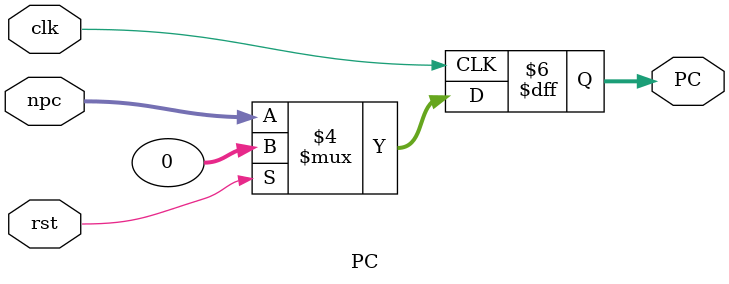
<source format=v>
`timescale 1ns / 1ps


module PC(input clk, rst, input [31:0] npc, output reg [31:0] PC);
	// Set PC initially to 0.
	initial begin
		PC <= 0;
	end

	// Update PC with the new PC value.
	always @ (posedge clk)
	if(rst)
	   PC <= {32{1'b0}};
    else
	begin
	   PC <= npc;
	end
endmodule

</source>
